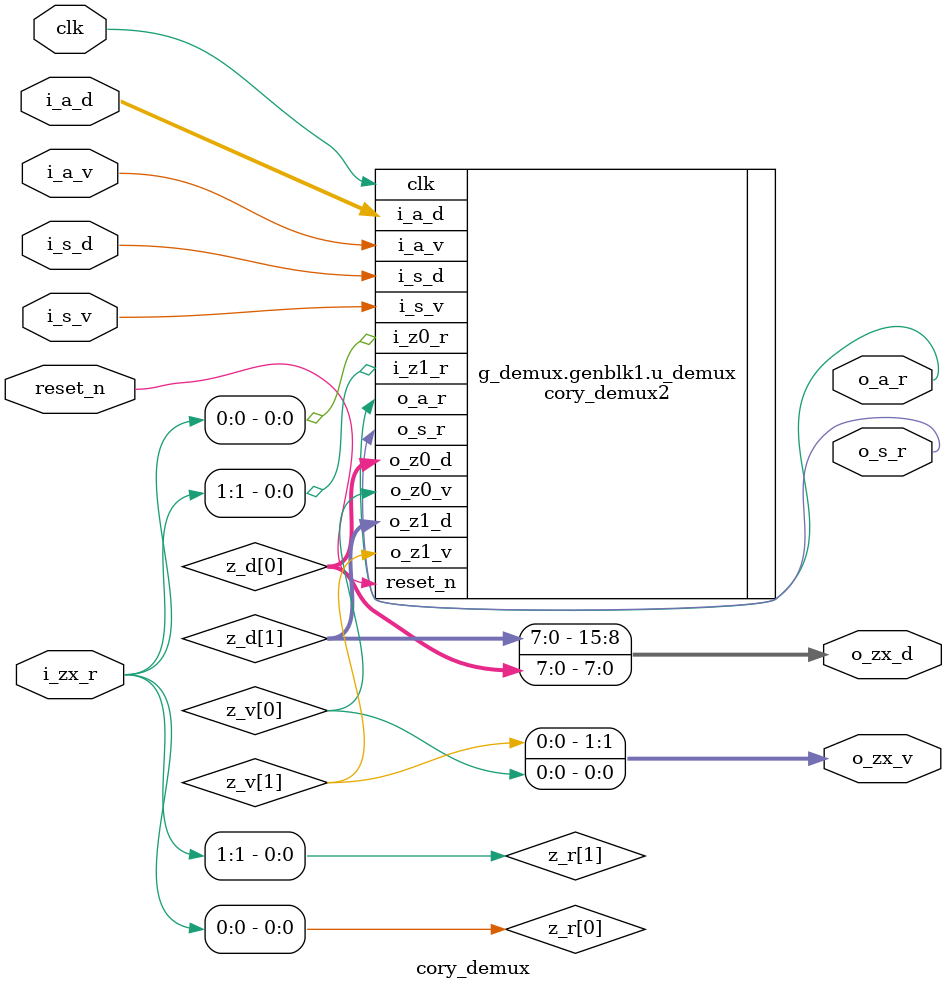
<source format=v>
`ifndef CORY_DEMUX
    `define CORY_DEMUX

module cory_demux # (
    parameter   N   = 8,
    parameter   R   = 2,            // 2,3,4,8,16
    parameter   D   = R * N,        // do not touch
    parameter   S   = R <= 2 ? 1 :
                      R <= 4 ? 2 :
                      R <= 8 ? 3 :
                      R <= 16 ? 4 :
                      R <= 32 ? 5 : 1'bx
) (
    input           clk,

    input           i_a_v,
    input   [N-1:0] i_a_d,
    output          o_a_r,

    input           i_s_v,
    input   [S-1:0] i_s_d,
    output          o_s_r,

    output  [R-1:0] o_zx_v,
    output  [D-1:0] o_zx_d,
    input   [R-1:0] i_zx_r,

    input           reset_n
);

//------------------------------------------------------------------------------

wire            z_v [0:R-1];
wire    [N-1:0] z_d [0:R-1];
wire            z_r [0:R-1];

generate
begin : g_demux
    case (R)
    16: begin
        assign  o_zx_v  = {z_v[15], z_v[14], z_v[13], z_v[12], z_v[11], z_v[10], z_v[9], z_v[8],
                           z_v[7], z_v[6], z_v[5], z_v[4], z_v[3], z_v[2], z_v[1], z_v[0]};
        assign  o_zx_d  = {z_d[15], z_d[14], z_d[13], z_d[12], z_d[11], z_d[10], z_d[9], z_d[8],
                           z_d[7], z_d[6], z_d[5], z_d[4], z_d[3], z_d[2], z_d[1], z_d[0]};
        assign  {z_r[15], z_r[14], z_r[13], z_r[12], z_r[11], z_r[10], z_r[9], z_r[8],
                 z_r[7], z_r[6], z_r[5], z_r[4], z_r[3], z_r[2], z_r[1], z_r[0]}    = i_zx_r;

        cory_demux16 #(.N(N)) u_demux (
            .clk        (clk),
            .i_a_v      (i_a_v),
            .i_a_d      (i_a_d),
            .o_a_r      (o_a_r),
            .i_s_v      (i_s_v),
            .i_s_d      (i_s_d),
            .o_s_r      (o_s_r),
            .o_z0_v     (z_v[0]),
            .o_z0_d     (z_d[0]),
            .i_z0_r     (z_r[0]),
            .o_z1_v     (z_v[1]),
            .o_z1_d     (z_d[1]),
            .i_z1_r     (z_r[1]),
            .o_z2_v     (z_v[2]),
            .o_z2_d     (z_d[2]),
            .i_z2_r     (z_r[2]),
            .o_z3_v     (z_v[3]),
            .o_z3_d     (z_d[3]),
            .i_z3_r     (z_r[3]),
            .o_z4_v     (z_v[4]),
            .o_z4_d     (z_d[4]),
            .i_z4_r     (z_r[4]),
            .o_z5_v     (z_v[5]),
            .o_z5_d     (z_d[5]),
            .i_z5_r     (z_r[5]),
            .o_z6_v     (z_v[6]),
            .o_z6_d     (z_d[6]),
            .i_z6_r     (z_r[6]),
            .o_z7_v     (z_v[7]),
            .o_z7_d     (z_d[7]),
            .i_z7_r     (z_r[7]),
            .o_z8_v     (z_v[8]),
            .o_z8_d     (z_d[8]),
            .i_z8_r     (z_r[8]),
            .o_z9_v     (z_v[9]),
            .o_z9_d     (z_d[9]),
            .i_z9_r     (z_r[9]),
            .o_za_v     (z_v[10]),
            .o_za_d     (z_d[10]),
            .i_za_r     (z_r[10]),
            .o_zb_v     (z_v[11]),
            .o_zb_d     (z_d[11]),
            .i_zb_r     (z_r[11]),
            .o_zc_v     (z_v[12]),
            .o_zc_d     (z_d[12]),
            .i_zc_r     (z_r[12]),
            .o_zd_v     (z_v[13]),
            .o_zd_d     (z_d[13]),
            .i_zd_r     (z_r[13]),
            .o_ze_v     (z_v[14]),
            .o_ze_d     (z_d[14]),
            .i_ze_r     (z_r[14]),
            .o_zf_v     (z_v[15]),
            .o_zf_d     (z_d[15]),
            .i_zf_r     (z_r[15]),
            .reset_n    (reset_n)
        );
    end
    8: begin
        assign  o_zx_v  = {z_v[7], z_v[6], z_v[5], z_v[4], z_v[3], z_v[2], z_v[1], z_v[0]};
        assign  o_zx_d  = {z_d[7], z_d[6], z_d[5], z_d[4], z_d[3], z_d[2], z_d[1], z_d[0]};
        assign  {z_r[7], z_r[6], z_r[5], z_r[4], z_r[3], z_r[2], z_r[1], z_r[0]}    = i_zx_r;

        cory_demux8 #(.N(N)) u_demux (
            .clk        (clk),
            .i_a_v      (i_a_v),
            .i_a_d      (i_a_d),
            .o_a_r      (o_a_r),
            .i_s_v      (i_s_v),
            .i_s_d      (i_s_d),
            .o_s_r      (o_s_r),
            .o_z0_v     (z_v[0]),
            .o_z0_d     (z_d[0]),
            .i_z0_r     (z_r[0]),
            .o_z1_v     (z_v[1]),
            .o_z1_d     (z_d[1]),
            .i_z1_r     (z_r[1]),
            .o_z2_v     (z_v[2]),
            .o_z2_d     (z_d[2]),
            .i_z2_r     (z_r[2]),
            .o_z3_v     (z_v[3]),
            .o_z3_d     (z_d[3]),
            .i_z3_r     (z_r[3]),
            .o_z4_v     (z_v[4]),
            .o_z4_d     (z_d[4]),
            .i_z4_r     (z_r[4]),
            .o_z5_v     (z_v[5]),
            .o_z5_d     (z_d[5]),
            .i_z5_r     (z_r[5]),
            .o_z6_v     (z_v[6]),
            .o_z6_d     (z_d[6]),
            .i_z6_r     (z_r[6]),
            .o_z7_v     (z_v[7]),
            .o_z7_d     (z_d[7]),
            .i_z7_r     (z_r[7]),
            .reset_n    (reset_n)
        );
    end
    4: begin
        assign  o_zx_v  = {z_v[3], z_v[2], z_v[1], z_v[0]};
        assign  o_zx_d  = {z_d[3], z_d[2], z_d[1], z_d[0]};
        assign  {z_r[3], z_r[2], z_r[1], z_r[0]}    = i_zx_r;

        cory_demux4 #(.N(N)) u_demux (
            .clk        (clk),
            .i_a_v      (i_a_v),
            .i_a_d      (i_a_d),
            .o_a_r      (o_a_r),
            .i_s_v      (i_s_v),
            .i_s_d      (i_s_d),
            .o_s_r      (o_s_r),
            .o_z0_v     (z_v[0]),
            .o_z0_d     (z_d[0]),
            .i_z0_r     (z_r[0]),
            .o_z1_v     (z_v[1]),
            .o_z1_d     (z_d[1]),
            .i_z1_r     (z_r[1]),
            .o_z2_v     (z_v[2]),
            .o_z2_d     (z_d[2]),
            .i_z2_r     (z_r[2]),
            .o_z3_v     (z_v[3]),
            .o_z3_d     (z_d[3]),
            .i_z3_r     (z_r[3]),
            .reset_n    (reset_n)
        );
    end
    3: begin
        assign  o_zx_v  = {z_v[2], z_v[1], z_v[0]};
        assign  o_zx_d  = {z_d[2], z_d[1], z_d[0]};
        assign  {z_r[2], z_r[1], z_r[0]}    = i_zx_r;

        cory_demux3 #(.N(N)) u_demux (
            .clk        (clk),
            .i_a_v      (i_a_v),
            .i_a_d      (i_a_d),
            .o_a_r      (o_a_r),
            .i_s_v      (i_s_v),
            .i_s_d      (i_s_d),
            .o_s_r      (o_s_r),
            .o_z0_v     (z_v[0]),
            .o_z0_d     (z_d[0]),
            .i_z0_r     (z_r[0]),
            .o_z1_v     (z_v[1]),
            .o_z1_d     (z_d[1]),
            .i_z1_r     (z_r[1]),
            .o_z2_v     (z_v[2]),
            .o_z2_d     (z_d[2]),
            .i_z2_r     (z_r[2]),
            .reset_n    (reset_n)
        );
    end
    2: begin
        assign  o_zx_v  = {z_v[1], z_v[0]};
        assign  o_zx_d  = {z_d[1], z_d[0]};
        assign  {z_r[1], z_r[0]}    = i_zx_r;

        cory_demux2 #(.N(N)) u_demux (
            .clk        (clk),
            .i_a_v      (i_a_v),
            .i_a_d      (i_a_d),
            .o_a_r      (o_a_r),
            .i_s_v      (i_s_v),
            .i_s_d      (i_s_d),
            .o_s_r      (o_s_r),
            .o_z0_v     (z_v[0]),
            .o_z0_d     (z_d[0]),
            .i_z0_r     (z_r[0]),
            .o_z1_v     (z_v[1]),
            .o_z1_d     (z_d[1]),
            .i_z1_r     (z_r[1]),
            .reset_n    (reset_n)
        );
    end
`ifdef  SIM
    default: begin
        initial begin
            $display ("ERROR:%m: R(%1d) not supported", R);
            $finish;
        end
    end
`endif  //  SIM
    endcase
end
endgenerate

endmodule

`endif

</source>
